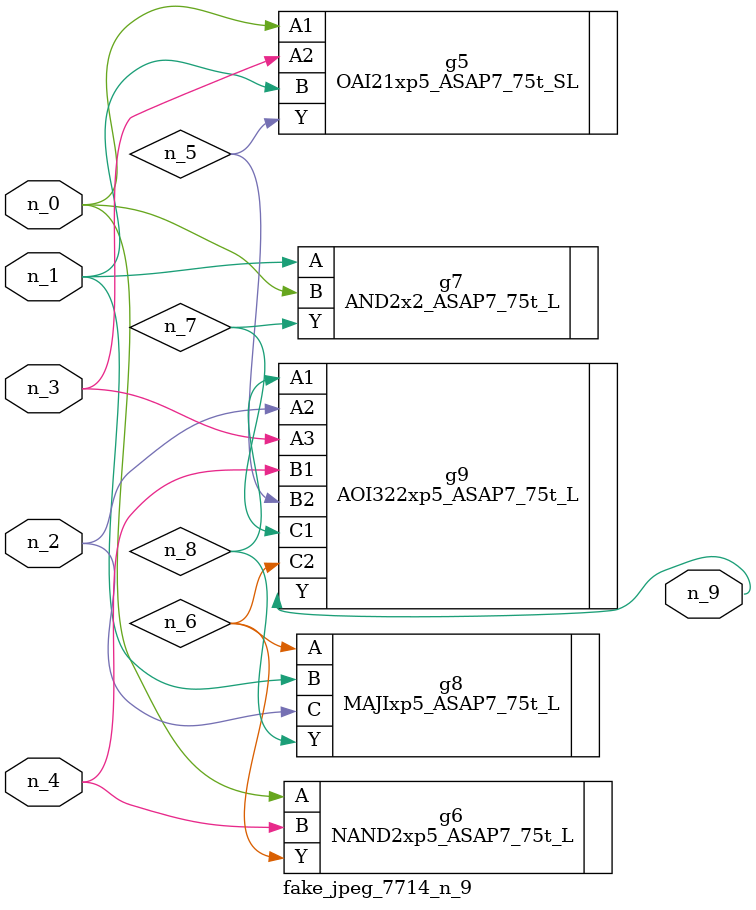
<source format=v>
module fake_jpeg_7714_n_9 (n_3, n_2, n_1, n_0, n_4, n_9);

input n_3;
input n_2;
input n_1;
input n_0;
input n_4;

output n_9;

wire n_8;
wire n_6;
wire n_5;
wire n_7;

OAI21xp5_ASAP7_75t_SL g5 ( 
.A1(n_0),
.A2(n_3),
.B(n_1),
.Y(n_5)
);

NAND2xp5_ASAP7_75t_L g6 ( 
.A(n_0),
.B(n_4),
.Y(n_6)
);

AND2x2_ASAP7_75t_L g7 ( 
.A(n_1),
.B(n_0),
.Y(n_7)
);

MAJIxp5_ASAP7_75t_L g8 ( 
.A(n_6),
.B(n_1),
.C(n_2),
.Y(n_8)
);

AOI322xp5_ASAP7_75t_L g9 ( 
.A1(n_8),
.A2(n_2),
.A3(n_3),
.B1(n_4),
.B2(n_5),
.C1(n_7),
.C2(n_6),
.Y(n_9)
);


endmodule
</source>
